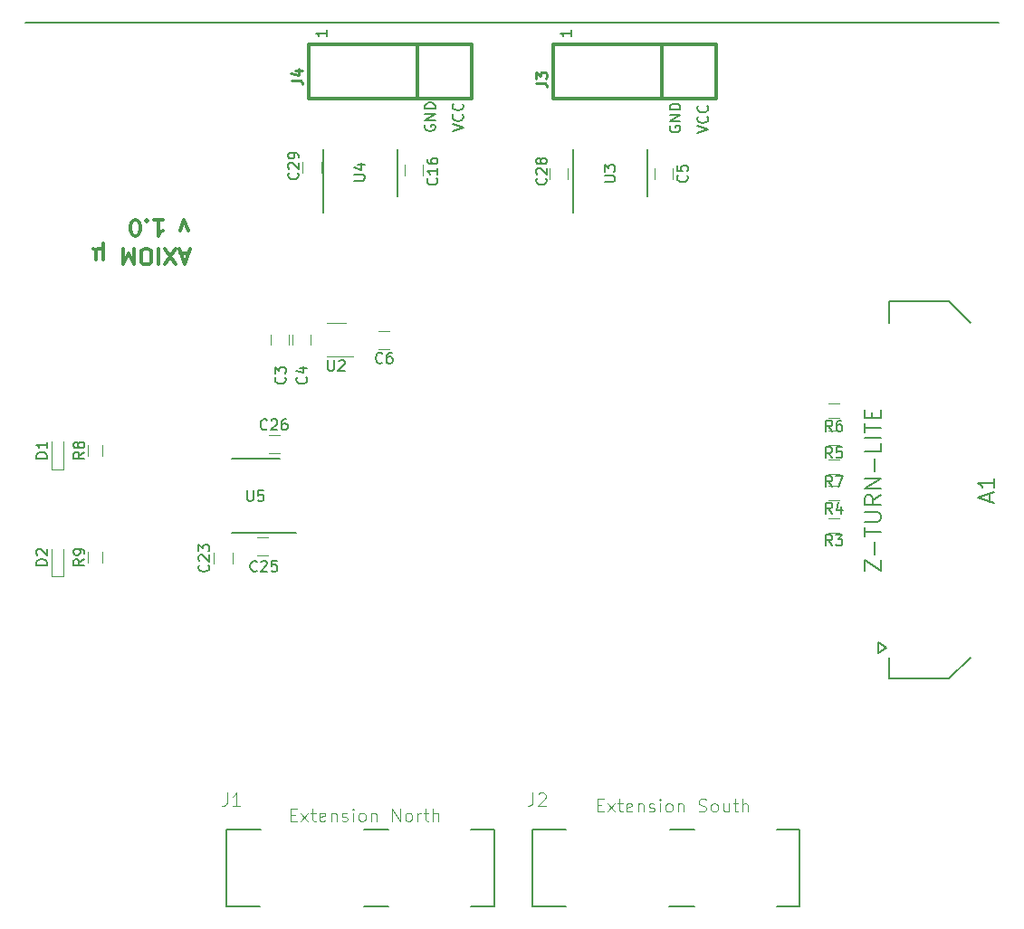
<source format=gbr>
G04 #@! TF.FileFunction,Legend,Top*
%FSLAX46Y46*%
G04 Gerber Fmt 4.6, Leading zero omitted, Abs format (unit mm)*
G04 Created by KiCad (PCBNEW 4.0.7) date Sat Jan 20 00:24:16 2018*
%MOMM*%
%LPD*%
G01*
G04 APERTURE LIST*
%ADD10C,0.100000*%
%ADD11C,0.300000*%
%ADD12C,0.200000*%
%ADD13C,0.120000*%
%ADD14C,0.304800*%
%ADD15C,0.150000*%
%ADD16C,0.127000*%
%ADD17C,0.254000*%
%ADD18C,0.101600*%
G04 APERTURE END LIST*
D10*
D11*
X15204285Y-19401429D02*
X14847142Y-18401429D01*
X14490000Y-19401429D01*
X11990000Y-18401429D02*
X12847143Y-18401429D01*
X12418571Y-18401429D02*
X12418571Y-19901429D01*
X12561428Y-19687143D01*
X12704286Y-19544286D01*
X12847143Y-19472857D01*
X11347143Y-18544286D02*
X11275715Y-18472857D01*
X11347143Y-18401429D01*
X11418572Y-18472857D01*
X11347143Y-18544286D01*
X11347143Y-18401429D01*
X10347143Y-19901429D02*
X10204286Y-19901429D01*
X10061429Y-19830000D01*
X9990000Y-19758571D01*
X9918571Y-19615714D01*
X9847143Y-19330000D01*
X9847143Y-18972857D01*
X9918571Y-18687143D01*
X9990000Y-18544286D01*
X10061429Y-18472857D01*
X10204286Y-18401429D01*
X10347143Y-18401429D01*
X10490000Y-18472857D01*
X10561429Y-18544286D01*
X10632857Y-18687143D01*
X10704286Y-18972857D01*
X10704286Y-19330000D01*
X10632857Y-19615714D01*
X10561429Y-19758571D01*
X10490000Y-19830000D01*
X10347143Y-19901429D01*
X15218572Y-21530000D02*
X14504286Y-21530000D01*
X15361429Y-21101429D02*
X14861429Y-22601429D01*
X14361429Y-21101429D01*
X14004286Y-22601429D02*
X13004286Y-21101429D01*
X13004286Y-22601429D02*
X14004286Y-21101429D01*
X12432858Y-21101429D02*
X12432858Y-22601429D01*
X11432858Y-22601429D02*
X11147144Y-22601429D01*
X11004286Y-22530000D01*
X10861429Y-22387143D01*
X10790001Y-22101429D01*
X10790001Y-21601429D01*
X10861429Y-21315714D01*
X11004286Y-21172857D01*
X11147144Y-21101429D01*
X11432858Y-21101429D01*
X11575715Y-21172857D01*
X11718572Y-21315714D01*
X11790001Y-21601429D01*
X11790001Y-22101429D01*
X11718572Y-22387143D01*
X11575715Y-22530000D01*
X11432858Y-22601429D01*
X10147143Y-21101429D02*
X10147143Y-22601429D01*
X9647143Y-21530000D01*
X9147143Y-22601429D01*
X9147143Y-21101429D01*
X7290000Y-22101429D02*
X7290000Y-20601429D01*
X6575714Y-21315714D02*
X6504286Y-21172857D01*
X6361429Y-21101429D01*
X7290000Y-21315714D02*
X7218572Y-21172857D01*
X7075714Y-21101429D01*
X6790000Y-21101429D01*
X6647143Y-21172857D01*
X6575714Y-21315714D01*
X6575714Y-22101429D01*
D12*
X0Y0D02*
X91000000Y0D01*
D13*
X75100000Y-43320000D02*
X76100000Y-43320000D01*
X76100000Y-44680000D02*
X75100000Y-44680000D01*
D12*
X80770000Y-28063000D02*
X80770000Y-26063000D01*
X80770000Y-26063000D02*
X86380000Y-26063000D01*
X86380000Y-26063000D02*
X88390000Y-28063000D01*
X80770000Y-59369000D02*
X80770000Y-61369000D01*
X80770000Y-61369000D02*
X86380000Y-61369000D01*
X86380000Y-61369000D02*
X88390000Y-59369000D01*
X80516000Y-58448000D02*
X79754000Y-58956000D01*
X79754000Y-58956000D02*
X79754000Y-57940000D01*
X79754000Y-57940000D02*
X80516000Y-58448000D01*
D13*
X22940000Y-29130000D02*
X22940000Y-30130000D01*
X24640000Y-30130000D02*
X24640000Y-29130000D01*
X24930000Y-29130000D02*
X24930000Y-30130000D01*
X26630000Y-30130000D02*
X26630000Y-29130000D01*
X58840000Y-13580000D02*
X58840000Y-14580000D01*
X60540000Y-14580000D02*
X60540000Y-13580000D01*
X33050000Y-30500000D02*
X34050000Y-30500000D01*
X34050000Y-28800000D02*
X33050000Y-28800000D01*
X35440000Y-13280000D02*
X35440000Y-14280000D01*
X37140000Y-14280000D02*
X37140000Y-13280000D01*
X2450000Y-41800000D02*
X3550000Y-41800000D01*
X3550000Y-41800000D02*
X3550000Y-39200000D01*
X2450000Y-41800000D02*
X2450000Y-39200000D01*
X2450000Y-51800000D02*
X3550000Y-51800000D01*
X3550000Y-51800000D02*
X3550000Y-49200000D01*
X2450000Y-51800000D02*
X2450000Y-49200000D01*
D14*
X59470000Y-1960000D02*
X59470000Y-7040000D01*
X49310000Y-7040000D02*
X64550000Y-7040000D01*
X64550000Y-7040000D02*
X64550000Y-1960000D01*
X64550000Y-1960000D02*
X49310000Y-1960000D01*
X49310000Y-1960000D02*
X49310000Y-7040000D01*
X36610000Y-1960000D02*
X36610000Y-7040000D01*
X26450000Y-7040000D02*
X41690000Y-7040000D01*
X41690000Y-7040000D02*
X41690000Y-1960000D01*
X41690000Y-1960000D02*
X26450000Y-1960000D01*
X26450000Y-1960000D02*
X26450000Y-7040000D01*
D13*
X29930000Y-28090000D02*
X28170000Y-28090000D01*
X28170000Y-31160000D02*
X30600000Y-31160000D01*
D15*
X58115000Y-16255000D02*
X58115000Y-11805000D01*
X51215000Y-17780000D02*
X51215000Y-11805000D01*
X34765000Y-16255000D02*
X34765000Y-11805000D01*
X27865000Y-17780000D02*
X27865000Y-11805000D01*
X23775000Y-40775000D02*
X19325000Y-40775000D01*
X25300000Y-47675000D02*
X19325000Y-47675000D01*
D13*
X17640000Y-49580000D02*
X17640000Y-50580000D01*
X19340000Y-50580000D02*
X19340000Y-49580000D01*
X22690000Y-48130000D02*
X21690000Y-48130000D01*
X21690000Y-49830000D02*
X22690000Y-49830000D01*
X23740000Y-38530000D02*
X22740000Y-38530000D01*
X22740000Y-40230000D02*
X23740000Y-40230000D01*
X50740000Y-14580000D02*
X50740000Y-13580000D01*
X49040000Y-13580000D02*
X49040000Y-14580000D01*
X27640000Y-13980000D02*
X27640000Y-12980000D01*
X25940000Y-12980000D02*
X25940000Y-13980000D01*
X75100000Y-46320000D02*
X76100000Y-46320000D01*
X76100000Y-47680000D02*
X75100000Y-47680000D01*
X75100000Y-38120000D02*
X76100000Y-38120000D01*
X76100000Y-39480000D02*
X75100000Y-39480000D01*
X75100000Y-35620000D02*
X76100000Y-35620000D01*
X76100000Y-36980000D02*
X75100000Y-36980000D01*
X75100000Y-40820000D02*
X76100000Y-40820000D01*
X76100000Y-42180000D02*
X75100000Y-42180000D01*
X7180000Y-39500000D02*
X7180000Y-40500000D01*
X5820000Y-40500000D02*
X5820000Y-39500000D01*
X7180000Y-49500000D02*
X7180000Y-50500000D01*
X5820000Y-50500000D02*
X5820000Y-49500000D01*
D16*
X47400000Y-75460000D02*
X50550000Y-75460000D01*
X60250000Y-75460000D02*
X62550000Y-75460000D01*
X70250000Y-75460000D02*
X72400000Y-75460000D01*
X72400000Y-75460000D02*
X72400000Y-82660000D01*
X72400000Y-82660000D02*
X70250000Y-82660000D01*
X62550000Y-82660000D02*
X60200000Y-82660000D01*
X50500000Y-82660000D02*
X47400000Y-82660000D01*
X47400000Y-82660000D02*
X47400000Y-75460000D01*
X18820000Y-75460000D02*
X21970000Y-75460000D01*
X31670000Y-75460000D02*
X33970000Y-75460000D01*
X41670000Y-75460000D02*
X43820000Y-75460000D01*
X43820000Y-75460000D02*
X43820000Y-82660000D01*
X43820000Y-82660000D02*
X41670000Y-82660000D01*
X33970000Y-82660000D02*
X31620000Y-82660000D01*
X21920000Y-82660000D02*
X18820000Y-82660000D01*
X18820000Y-82660000D02*
X18820000Y-75460000D01*
D15*
X75433334Y-45902381D02*
X75100000Y-45426190D01*
X74861905Y-45902381D02*
X74861905Y-44902381D01*
X75242858Y-44902381D01*
X75338096Y-44950000D01*
X75385715Y-44997619D01*
X75433334Y-45092857D01*
X75433334Y-45235714D01*
X75385715Y-45330952D01*
X75338096Y-45378571D01*
X75242858Y-45426190D01*
X74861905Y-45426190D01*
X76290477Y-45235714D02*
X76290477Y-45902381D01*
X76052381Y-44854762D02*
X75814286Y-45569048D01*
X76433334Y-45569048D01*
D12*
X90168000Y-44804571D02*
X90168000Y-44078857D01*
X90603429Y-44949714D02*
X89079429Y-44441714D01*
X90603429Y-43933714D01*
X90603429Y-42627428D02*
X90603429Y-43498285D01*
X90603429Y-43062857D02*
X89079429Y-43062857D01*
X89297143Y-43208000D01*
X89442286Y-43353142D01*
X89514857Y-43498285D01*
D15*
X78455429Y-51299714D02*
X78455429Y-50283714D01*
X79979429Y-51299714D01*
X79979429Y-50283714D01*
X79398857Y-49703142D02*
X79398857Y-48541999D01*
X78455429Y-48033999D02*
X78455429Y-47163142D01*
X79979429Y-47598571D02*
X78455429Y-47598571D01*
X78455429Y-46655142D02*
X79689143Y-46655142D01*
X79834286Y-46582570D01*
X79906857Y-46509999D01*
X79979429Y-46364856D01*
X79979429Y-46074570D01*
X79906857Y-45929428D01*
X79834286Y-45856856D01*
X79689143Y-45784285D01*
X78455429Y-45784285D01*
X79979429Y-44187714D02*
X79253714Y-44695714D01*
X79979429Y-45058571D02*
X78455429Y-45058571D01*
X78455429Y-44477999D01*
X78528000Y-44332857D01*
X78600571Y-44260285D01*
X78745714Y-44187714D01*
X78963429Y-44187714D01*
X79108571Y-44260285D01*
X79181143Y-44332857D01*
X79253714Y-44477999D01*
X79253714Y-45058571D01*
X79979429Y-43534571D02*
X78455429Y-43534571D01*
X79979429Y-42663714D01*
X78455429Y-42663714D01*
X79398857Y-41938000D02*
X79398857Y-40776857D01*
X79979429Y-39325429D02*
X79979429Y-40051143D01*
X78455429Y-40051143D01*
X79979429Y-38817429D02*
X78455429Y-38817429D01*
X78455429Y-38309429D02*
X78455429Y-37438572D01*
X79979429Y-37874001D02*
X78455429Y-37874001D01*
X79181143Y-36930572D02*
X79181143Y-36422572D01*
X79979429Y-36204858D02*
X79979429Y-36930572D01*
X78455429Y-36930572D01*
X78455429Y-36204858D01*
X24247143Y-33146666D02*
X24294762Y-33194285D01*
X24342381Y-33337142D01*
X24342381Y-33432380D01*
X24294762Y-33575238D01*
X24199524Y-33670476D01*
X24104286Y-33718095D01*
X23913810Y-33765714D01*
X23770952Y-33765714D01*
X23580476Y-33718095D01*
X23485238Y-33670476D01*
X23390000Y-33575238D01*
X23342381Y-33432380D01*
X23342381Y-33337142D01*
X23390000Y-33194285D01*
X23437619Y-33146666D01*
X23342381Y-32813333D02*
X23342381Y-32194285D01*
X23723333Y-32527619D01*
X23723333Y-32384761D01*
X23770952Y-32289523D01*
X23818571Y-32241904D01*
X23913810Y-32194285D01*
X24151905Y-32194285D01*
X24247143Y-32241904D01*
X24294762Y-32289523D01*
X24342381Y-32384761D01*
X24342381Y-32670476D01*
X24294762Y-32765714D01*
X24247143Y-32813333D01*
X26247143Y-33146666D02*
X26294762Y-33194285D01*
X26342381Y-33337142D01*
X26342381Y-33432380D01*
X26294762Y-33575238D01*
X26199524Y-33670476D01*
X26104286Y-33718095D01*
X25913810Y-33765714D01*
X25770952Y-33765714D01*
X25580476Y-33718095D01*
X25485238Y-33670476D01*
X25390000Y-33575238D01*
X25342381Y-33432380D01*
X25342381Y-33337142D01*
X25390000Y-33194285D01*
X25437619Y-33146666D01*
X25675714Y-32289523D02*
X26342381Y-32289523D01*
X25294762Y-32527619D02*
X26009048Y-32765714D01*
X26009048Y-32146666D01*
X61847143Y-14246666D02*
X61894762Y-14294285D01*
X61942381Y-14437142D01*
X61942381Y-14532380D01*
X61894762Y-14675238D01*
X61799524Y-14770476D01*
X61704286Y-14818095D01*
X61513810Y-14865714D01*
X61370952Y-14865714D01*
X61180476Y-14818095D01*
X61085238Y-14770476D01*
X60990000Y-14675238D01*
X60942381Y-14532380D01*
X60942381Y-14437142D01*
X60990000Y-14294285D01*
X61037619Y-14246666D01*
X60942381Y-13341904D02*
X60942381Y-13818095D01*
X61418571Y-13865714D01*
X61370952Y-13818095D01*
X61323333Y-13722857D01*
X61323333Y-13484761D01*
X61370952Y-13389523D01*
X61418571Y-13341904D01*
X61513810Y-13294285D01*
X61751905Y-13294285D01*
X61847143Y-13341904D01*
X61894762Y-13389523D01*
X61942381Y-13484761D01*
X61942381Y-13722857D01*
X61894762Y-13818095D01*
X61847143Y-13865714D01*
X33383334Y-31757143D02*
X33335715Y-31804762D01*
X33192858Y-31852381D01*
X33097620Y-31852381D01*
X32954762Y-31804762D01*
X32859524Y-31709524D01*
X32811905Y-31614286D01*
X32764286Y-31423810D01*
X32764286Y-31280952D01*
X32811905Y-31090476D01*
X32859524Y-30995238D01*
X32954762Y-30900000D01*
X33097620Y-30852381D01*
X33192858Y-30852381D01*
X33335715Y-30900000D01*
X33383334Y-30947619D01*
X34240477Y-30852381D02*
X34050000Y-30852381D01*
X33954762Y-30900000D01*
X33907143Y-30947619D01*
X33811905Y-31090476D01*
X33764286Y-31280952D01*
X33764286Y-31661905D01*
X33811905Y-31757143D01*
X33859524Y-31804762D01*
X33954762Y-31852381D01*
X34145239Y-31852381D01*
X34240477Y-31804762D01*
X34288096Y-31757143D01*
X34335715Y-31661905D01*
X34335715Y-31423810D01*
X34288096Y-31328571D01*
X34240477Y-31280952D01*
X34145239Y-31233333D01*
X33954762Y-31233333D01*
X33859524Y-31280952D01*
X33811905Y-31328571D01*
X33764286Y-31423810D01*
X38447143Y-14522857D02*
X38494762Y-14570476D01*
X38542381Y-14713333D01*
X38542381Y-14808571D01*
X38494762Y-14951429D01*
X38399524Y-15046667D01*
X38304286Y-15094286D01*
X38113810Y-15141905D01*
X37970952Y-15141905D01*
X37780476Y-15094286D01*
X37685238Y-15046667D01*
X37590000Y-14951429D01*
X37542381Y-14808571D01*
X37542381Y-14713333D01*
X37590000Y-14570476D01*
X37637619Y-14522857D01*
X38542381Y-13570476D02*
X38542381Y-14141905D01*
X38542381Y-13856191D02*
X37542381Y-13856191D01*
X37685238Y-13951429D01*
X37780476Y-14046667D01*
X37828095Y-14141905D01*
X37542381Y-12713333D02*
X37542381Y-12903810D01*
X37590000Y-12999048D01*
X37637619Y-13046667D01*
X37780476Y-13141905D01*
X37970952Y-13189524D01*
X38351905Y-13189524D01*
X38447143Y-13141905D01*
X38494762Y-13094286D01*
X38542381Y-12999048D01*
X38542381Y-12808571D01*
X38494762Y-12713333D01*
X38447143Y-12665714D01*
X38351905Y-12618095D01*
X38113810Y-12618095D01*
X38018571Y-12665714D01*
X37970952Y-12713333D01*
X37923333Y-12808571D01*
X37923333Y-12999048D01*
X37970952Y-13094286D01*
X38018571Y-13141905D01*
X38113810Y-13189524D01*
X2002381Y-40738095D02*
X1002381Y-40738095D01*
X1002381Y-40500000D01*
X1050000Y-40357142D01*
X1145238Y-40261904D01*
X1240476Y-40214285D01*
X1430952Y-40166666D01*
X1573810Y-40166666D01*
X1764286Y-40214285D01*
X1859524Y-40261904D01*
X1954762Y-40357142D01*
X2002381Y-40500000D01*
X2002381Y-40738095D01*
X2002381Y-39214285D02*
X2002381Y-39785714D01*
X2002381Y-39500000D02*
X1002381Y-39500000D01*
X1145238Y-39595238D01*
X1240476Y-39690476D01*
X1288095Y-39785714D01*
X2002381Y-50738095D02*
X1002381Y-50738095D01*
X1002381Y-50500000D01*
X1050000Y-50357142D01*
X1145238Y-50261904D01*
X1240476Y-50214285D01*
X1430952Y-50166666D01*
X1573810Y-50166666D01*
X1764286Y-50214285D01*
X1859524Y-50261904D01*
X1954762Y-50357142D01*
X2002381Y-50500000D01*
X2002381Y-50738095D01*
X1097619Y-49785714D02*
X1050000Y-49738095D01*
X1002381Y-49642857D01*
X1002381Y-49404761D01*
X1050000Y-49309523D01*
X1097619Y-49261904D01*
X1192857Y-49214285D01*
X1288095Y-49214285D01*
X1430952Y-49261904D01*
X2002381Y-49833333D01*
X2002381Y-49214285D01*
D17*
X47737619Y-5600667D02*
X48463333Y-5600667D01*
X48608476Y-5649047D01*
X48705238Y-5745809D01*
X48753619Y-5890952D01*
X48753619Y-5987714D01*
X47737619Y-5213619D02*
X47737619Y-4584667D01*
X48124667Y-4923333D01*
X48124667Y-4778191D01*
X48173048Y-4681429D01*
X48221429Y-4633048D01*
X48318190Y-4584667D01*
X48560095Y-4584667D01*
X48656857Y-4633048D01*
X48705238Y-4681429D01*
X48753619Y-4778191D01*
X48753619Y-5068476D01*
X48705238Y-5165238D01*
X48656857Y-5213619D01*
D15*
X62842381Y-10313333D02*
X63842381Y-9980000D01*
X62842381Y-9646666D01*
X63747143Y-8741904D02*
X63794762Y-8789523D01*
X63842381Y-8932380D01*
X63842381Y-9027618D01*
X63794762Y-9170476D01*
X63699524Y-9265714D01*
X63604286Y-9313333D01*
X63413810Y-9360952D01*
X63270952Y-9360952D01*
X63080476Y-9313333D01*
X62985238Y-9265714D01*
X62890000Y-9170476D01*
X62842381Y-9027618D01*
X62842381Y-8932380D01*
X62890000Y-8789523D01*
X62937619Y-8741904D01*
X63747143Y-7741904D02*
X63794762Y-7789523D01*
X63842381Y-7932380D01*
X63842381Y-8027618D01*
X63794762Y-8170476D01*
X63699524Y-8265714D01*
X63604286Y-8313333D01*
X63413810Y-8360952D01*
X63270952Y-8360952D01*
X63080476Y-8313333D01*
X62985238Y-8265714D01*
X62890000Y-8170476D01*
X62842381Y-8027618D01*
X62842381Y-7932380D01*
X62890000Y-7789523D01*
X62937619Y-7741904D01*
X60290000Y-9641904D02*
X60242381Y-9737142D01*
X60242381Y-9879999D01*
X60290000Y-10022857D01*
X60385238Y-10118095D01*
X60480476Y-10165714D01*
X60670952Y-10213333D01*
X60813810Y-10213333D01*
X61004286Y-10165714D01*
X61099524Y-10118095D01*
X61194762Y-10022857D01*
X61242381Y-9879999D01*
X61242381Y-9784761D01*
X61194762Y-9641904D01*
X61147143Y-9594285D01*
X60813810Y-9594285D01*
X60813810Y-9784761D01*
X61242381Y-9165714D02*
X60242381Y-9165714D01*
X61242381Y-8594285D01*
X60242381Y-8594285D01*
X61242381Y-8118095D02*
X60242381Y-8118095D01*
X60242381Y-7880000D01*
X60290000Y-7737142D01*
X60385238Y-7641904D01*
X60480476Y-7594285D01*
X60670952Y-7546666D01*
X60813810Y-7546666D01*
X61004286Y-7594285D01*
X61099524Y-7641904D01*
X61194762Y-7737142D01*
X61242381Y-7880000D01*
X61242381Y-8118095D01*
X51032381Y-658285D02*
X51032381Y-1229714D01*
X51032381Y-944000D02*
X50032381Y-944000D01*
X50175238Y-1039238D01*
X50270476Y-1134476D01*
X50318095Y-1229714D01*
D17*
X24877619Y-5338667D02*
X25603333Y-5338667D01*
X25748476Y-5387047D01*
X25845238Y-5483809D01*
X25893619Y-5628952D01*
X25893619Y-5725714D01*
X25216286Y-4419429D02*
X25893619Y-4419429D01*
X24829238Y-4661333D02*
X25554952Y-4903238D01*
X25554952Y-4274286D01*
D15*
X39942381Y-10113333D02*
X40942381Y-9780000D01*
X39942381Y-9446666D01*
X40847143Y-8541904D02*
X40894762Y-8589523D01*
X40942381Y-8732380D01*
X40942381Y-8827618D01*
X40894762Y-8970476D01*
X40799524Y-9065714D01*
X40704286Y-9113333D01*
X40513810Y-9160952D01*
X40370952Y-9160952D01*
X40180476Y-9113333D01*
X40085238Y-9065714D01*
X39990000Y-8970476D01*
X39942381Y-8827618D01*
X39942381Y-8732380D01*
X39990000Y-8589523D01*
X40037619Y-8541904D01*
X40847143Y-7541904D02*
X40894762Y-7589523D01*
X40942381Y-7732380D01*
X40942381Y-7827618D01*
X40894762Y-7970476D01*
X40799524Y-8065714D01*
X40704286Y-8113333D01*
X40513810Y-8160952D01*
X40370952Y-8160952D01*
X40180476Y-8113333D01*
X40085238Y-8065714D01*
X39990000Y-7970476D01*
X39942381Y-7827618D01*
X39942381Y-7732380D01*
X39990000Y-7589523D01*
X40037619Y-7541904D01*
X37380000Y-9541904D02*
X37332381Y-9637142D01*
X37332381Y-9779999D01*
X37380000Y-9922857D01*
X37475238Y-10018095D01*
X37570476Y-10065714D01*
X37760952Y-10113333D01*
X37903810Y-10113333D01*
X38094286Y-10065714D01*
X38189524Y-10018095D01*
X38284762Y-9922857D01*
X38332381Y-9779999D01*
X38332381Y-9684761D01*
X38284762Y-9541904D01*
X38237143Y-9494285D01*
X37903810Y-9494285D01*
X37903810Y-9684761D01*
X38332381Y-9065714D02*
X37332381Y-9065714D01*
X38332381Y-8494285D01*
X37332381Y-8494285D01*
X38332381Y-8018095D02*
X37332381Y-8018095D01*
X37332381Y-7780000D01*
X37380000Y-7637142D01*
X37475238Y-7541904D01*
X37570476Y-7494285D01*
X37760952Y-7446666D01*
X37903810Y-7446666D01*
X38094286Y-7494285D01*
X38189524Y-7541904D01*
X38284762Y-7637142D01*
X38332381Y-7780000D01*
X38332381Y-8018095D01*
X28172381Y-658285D02*
X28172381Y-1229714D01*
X28172381Y-944000D02*
X27172381Y-944000D01*
X27315238Y-1039238D01*
X27410476Y-1134476D01*
X27458095Y-1229714D01*
X28288095Y-31552381D02*
X28288095Y-32361905D01*
X28335714Y-32457143D01*
X28383333Y-32504762D01*
X28478571Y-32552381D01*
X28669048Y-32552381D01*
X28764286Y-32504762D01*
X28811905Y-32457143D01*
X28859524Y-32361905D01*
X28859524Y-31552381D01*
X29288095Y-31647619D02*
X29335714Y-31600000D01*
X29430952Y-31552381D01*
X29669048Y-31552381D01*
X29764286Y-31600000D01*
X29811905Y-31647619D01*
X29859524Y-31742857D01*
X29859524Y-31838095D01*
X29811905Y-31980952D01*
X29240476Y-32552381D01*
X29859524Y-32552381D01*
X54142381Y-14841905D02*
X54951905Y-14841905D01*
X55047143Y-14794286D01*
X55094762Y-14746667D01*
X55142381Y-14651429D01*
X55142381Y-14460952D01*
X55094762Y-14365714D01*
X55047143Y-14318095D01*
X54951905Y-14270476D01*
X54142381Y-14270476D01*
X54142381Y-13889524D02*
X54142381Y-13270476D01*
X54523333Y-13603810D01*
X54523333Y-13460952D01*
X54570952Y-13365714D01*
X54618571Y-13318095D01*
X54713810Y-13270476D01*
X54951905Y-13270476D01*
X55047143Y-13318095D01*
X55094762Y-13365714D01*
X55142381Y-13460952D01*
X55142381Y-13746667D01*
X55094762Y-13841905D01*
X55047143Y-13889524D01*
X30742381Y-14741905D02*
X31551905Y-14741905D01*
X31647143Y-14694286D01*
X31694762Y-14646667D01*
X31742381Y-14551429D01*
X31742381Y-14360952D01*
X31694762Y-14265714D01*
X31647143Y-14218095D01*
X31551905Y-14170476D01*
X30742381Y-14170476D01*
X31075714Y-13265714D02*
X31742381Y-13265714D01*
X30694762Y-13503810D02*
X31409048Y-13741905D01*
X31409048Y-13122857D01*
X20728095Y-43732381D02*
X20728095Y-44541905D01*
X20775714Y-44637143D01*
X20823333Y-44684762D01*
X20918571Y-44732381D01*
X21109048Y-44732381D01*
X21204286Y-44684762D01*
X21251905Y-44637143D01*
X21299524Y-44541905D01*
X21299524Y-43732381D01*
X22251905Y-43732381D02*
X21775714Y-43732381D01*
X21728095Y-44208571D01*
X21775714Y-44160952D01*
X21870952Y-44113333D01*
X22109048Y-44113333D01*
X22204286Y-44160952D01*
X22251905Y-44208571D01*
X22299524Y-44303810D01*
X22299524Y-44541905D01*
X22251905Y-44637143D01*
X22204286Y-44684762D01*
X22109048Y-44732381D01*
X21870952Y-44732381D01*
X21775714Y-44684762D01*
X21728095Y-44637143D01*
X17097143Y-50722857D02*
X17144762Y-50770476D01*
X17192381Y-50913333D01*
X17192381Y-51008571D01*
X17144762Y-51151429D01*
X17049524Y-51246667D01*
X16954286Y-51294286D01*
X16763810Y-51341905D01*
X16620952Y-51341905D01*
X16430476Y-51294286D01*
X16335238Y-51246667D01*
X16240000Y-51151429D01*
X16192381Y-51008571D01*
X16192381Y-50913333D01*
X16240000Y-50770476D01*
X16287619Y-50722857D01*
X16287619Y-50341905D02*
X16240000Y-50294286D01*
X16192381Y-50199048D01*
X16192381Y-49960952D01*
X16240000Y-49865714D01*
X16287619Y-49818095D01*
X16382857Y-49770476D01*
X16478095Y-49770476D01*
X16620952Y-49818095D01*
X17192381Y-50389524D01*
X17192381Y-49770476D01*
X16192381Y-49437143D02*
X16192381Y-48818095D01*
X16573333Y-49151429D01*
X16573333Y-49008571D01*
X16620952Y-48913333D01*
X16668571Y-48865714D01*
X16763810Y-48818095D01*
X17001905Y-48818095D01*
X17097143Y-48865714D01*
X17144762Y-48913333D01*
X17192381Y-49008571D01*
X17192381Y-49294286D01*
X17144762Y-49389524D01*
X17097143Y-49437143D01*
X21647143Y-51237143D02*
X21599524Y-51284762D01*
X21456667Y-51332381D01*
X21361429Y-51332381D01*
X21218571Y-51284762D01*
X21123333Y-51189524D01*
X21075714Y-51094286D01*
X21028095Y-50903810D01*
X21028095Y-50760952D01*
X21075714Y-50570476D01*
X21123333Y-50475238D01*
X21218571Y-50380000D01*
X21361429Y-50332381D01*
X21456667Y-50332381D01*
X21599524Y-50380000D01*
X21647143Y-50427619D01*
X22028095Y-50427619D02*
X22075714Y-50380000D01*
X22170952Y-50332381D01*
X22409048Y-50332381D01*
X22504286Y-50380000D01*
X22551905Y-50427619D01*
X22599524Y-50522857D01*
X22599524Y-50618095D01*
X22551905Y-50760952D01*
X21980476Y-51332381D01*
X22599524Y-51332381D01*
X23504286Y-50332381D02*
X23028095Y-50332381D01*
X22980476Y-50808571D01*
X23028095Y-50760952D01*
X23123333Y-50713333D01*
X23361429Y-50713333D01*
X23456667Y-50760952D01*
X23504286Y-50808571D01*
X23551905Y-50903810D01*
X23551905Y-51141905D01*
X23504286Y-51237143D01*
X23456667Y-51284762D01*
X23361429Y-51332381D01*
X23123333Y-51332381D01*
X23028095Y-51284762D01*
X22980476Y-51237143D01*
X22597143Y-37987143D02*
X22549524Y-38034762D01*
X22406667Y-38082381D01*
X22311429Y-38082381D01*
X22168571Y-38034762D01*
X22073333Y-37939524D01*
X22025714Y-37844286D01*
X21978095Y-37653810D01*
X21978095Y-37510952D01*
X22025714Y-37320476D01*
X22073333Y-37225238D01*
X22168571Y-37130000D01*
X22311429Y-37082381D01*
X22406667Y-37082381D01*
X22549524Y-37130000D01*
X22597143Y-37177619D01*
X22978095Y-37177619D02*
X23025714Y-37130000D01*
X23120952Y-37082381D01*
X23359048Y-37082381D01*
X23454286Y-37130000D01*
X23501905Y-37177619D01*
X23549524Y-37272857D01*
X23549524Y-37368095D01*
X23501905Y-37510952D01*
X22930476Y-38082381D01*
X23549524Y-38082381D01*
X24406667Y-37082381D02*
X24216190Y-37082381D01*
X24120952Y-37130000D01*
X24073333Y-37177619D01*
X23978095Y-37320476D01*
X23930476Y-37510952D01*
X23930476Y-37891905D01*
X23978095Y-37987143D01*
X24025714Y-38034762D01*
X24120952Y-38082381D01*
X24311429Y-38082381D01*
X24406667Y-38034762D01*
X24454286Y-37987143D01*
X24501905Y-37891905D01*
X24501905Y-37653810D01*
X24454286Y-37558571D01*
X24406667Y-37510952D01*
X24311429Y-37463333D01*
X24120952Y-37463333D01*
X24025714Y-37510952D01*
X23978095Y-37558571D01*
X23930476Y-37653810D01*
X48647143Y-14522857D02*
X48694762Y-14570476D01*
X48742381Y-14713333D01*
X48742381Y-14808571D01*
X48694762Y-14951429D01*
X48599524Y-15046667D01*
X48504286Y-15094286D01*
X48313810Y-15141905D01*
X48170952Y-15141905D01*
X47980476Y-15094286D01*
X47885238Y-15046667D01*
X47790000Y-14951429D01*
X47742381Y-14808571D01*
X47742381Y-14713333D01*
X47790000Y-14570476D01*
X47837619Y-14522857D01*
X47837619Y-14141905D02*
X47790000Y-14094286D01*
X47742381Y-13999048D01*
X47742381Y-13760952D01*
X47790000Y-13665714D01*
X47837619Y-13618095D01*
X47932857Y-13570476D01*
X48028095Y-13570476D01*
X48170952Y-13618095D01*
X48742381Y-14189524D01*
X48742381Y-13570476D01*
X48170952Y-12999048D02*
X48123333Y-13094286D01*
X48075714Y-13141905D01*
X47980476Y-13189524D01*
X47932857Y-13189524D01*
X47837619Y-13141905D01*
X47790000Y-13094286D01*
X47742381Y-12999048D01*
X47742381Y-12808571D01*
X47790000Y-12713333D01*
X47837619Y-12665714D01*
X47932857Y-12618095D01*
X47980476Y-12618095D01*
X48075714Y-12665714D01*
X48123333Y-12713333D01*
X48170952Y-12808571D01*
X48170952Y-12999048D01*
X48218571Y-13094286D01*
X48266190Y-13141905D01*
X48361429Y-13189524D01*
X48551905Y-13189524D01*
X48647143Y-13141905D01*
X48694762Y-13094286D01*
X48742381Y-12999048D01*
X48742381Y-12808571D01*
X48694762Y-12713333D01*
X48647143Y-12665714D01*
X48551905Y-12618095D01*
X48361429Y-12618095D01*
X48266190Y-12665714D01*
X48218571Y-12713333D01*
X48170952Y-12808571D01*
X25447143Y-14022857D02*
X25494762Y-14070476D01*
X25542381Y-14213333D01*
X25542381Y-14308571D01*
X25494762Y-14451429D01*
X25399524Y-14546667D01*
X25304286Y-14594286D01*
X25113810Y-14641905D01*
X24970952Y-14641905D01*
X24780476Y-14594286D01*
X24685238Y-14546667D01*
X24590000Y-14451429D01*
X24542381Y-14308571D01*
X24542381Y-14213333D01*
X24590000Y-14070476D01*
X24637619Y-14022857D01*
X24637619Y-13641905D02*
X24590000Y-13594286D01*
X24542381Y-13499048D01*
X24542381Y-13260952D01*
X24590000Y-13165714D01*
X24637619Y-13118095D01*
X24732857Y-13070476D01*
X24828095Y-13070476D01*
X24970952Y-13118095D01*
X25542381Y-13689524D01*
X25542381Y-13070476D01*
X25542381Y-12594286D02*
X25542381Y-12403810D01*
X25494762Y-12308571D01*
X25447143Y-12260952D01*
X25304286Y-12165714D01*
X25113810Y-12118095D01*
X24732857Y-12118095D01*
X24637619Y-12165714D01*
X24590000Y-12213333D01*
X24542381Y-12308571D01*
X24542381Y-12499048D01*
X24590000Y-12594286D01*
X24637619Y-12641905D01*
X24732857Y-12689524D01*
X24970952Y-12689524D01*
X25066190Y-12641905D01*
X25113810Y-12594286D01*
X25161429Y-12499048D01*
X25161429Y-12308571D01*
X25113810Y-12213333D01*
X25066190Y-12165714D01*
X24970952Y-12118095D01*
X75433334Y-48902381D02*
X75100000Y-48426190D01*
X74861905Y-48902381D02*
X74861905Y-47902381D01*
X75242858Y-47902381D01*
X75338096Y-47950000D01*
X75385715Y-47997619D01*
X75433334Y-48092857D01*
X75433334Y-48235714D01*
X75385715Y-48330952D01*
X75338096Y-48378571D01*
X75242858Y-48426190D01*
X74861905Y-48426190D01*
X75766667Y-47902381D02*
X76385715Y-47902381D01*
X76052381Y-48283333D01*
X76195239Y-48283333D01*
X76290477Y-48330952D01*
X76338096Y-48378571D01*
X76385715Y-48473810D01*
X76385715Y-48711905D01*
X76338096Y-48807143D01*
X76290477Y-48854762D01*
X76195239Y-48902381D01*
X75909524Y-48902381D01*
X75814286Y-48854762D01*
X75766667Y-48807143D01*
X75433334Y-40702381D02*
X75100000Y-40226190D01*
X74861905Y-40702381D02*
X74861905Y-39702381D01*
X75242858Y-39702381D01*
X75338096Y-39750000D01*
X75385715Y-39797619D01*
X75433334Y-39892857D01*
X75433334Y-40035714D01*
X75385715Y-40130952D01*
X75338096Y-40178571D01*
X75242858Y-40226190D01*
X74861905Y-40226190D01*
X76338096Y-39702381D02*
X75861905Y-39702381D01*
X75814286Y-40178571D01*
X75861905Y-40130952D01*
X75957143Y-40083333D01*
X76195239Y-40083333D01*
X76290477Y-40130952D01*
X76338096Y-40178571D01*
X76385715Y-40273810D01*
X76385715Y-40511905D01*
X76338096Y-40607143D01*
X76290477Y-40654762D01*
X76195239Y-40702381D01*
X75957143Y-40702381D01*
X75861905Y-40654762D01*
X75814286Y-40607143D01*
X75433334Y-38202381D02*
X75100000Y-37726190D01*
X74861905Y-38202381D02*
X74861905Y-37202381D01*
X75242858Y-37202381D01*
X75338096Y-37250000D01*
X75385715Y-37297619D01*
X75433334Y-37392857D01*
X75433334Y-37535714D01*
X75385715Y-37630952D01*
X75338096Y-37678571D01*
X75242858Y-37726190D01*
X74861905Y-37726190D01*
X76290477Y-37202381D02*
X76100000Y-37202381D01*
X76004762Y-37250000D01*
X75957143Y-37297619D01*
X75861905Y-37440476D01*
X75814286Y-37630952D01*
X75814286Y-38011905D01*
X75861905Y-38107143D01*
X75909524Y-38154762D01*
X76004762Y-38202381D01*
X76195239Y-38202381D01*
X76290477Y-38154762D01*
X76338096Y-38107143D01*
X76385715Y-38011905D01*
X76385715Y-37773810D01*
X76338096Y-37678571D01*
X76290477Y-37630952D01*
X76195239Y-37583333D01*
X76004762Y-37583333D01*
X75909524Y-37630952D01*
X75861905Y-37678571D01*
X75814286Y-37773810D01*
X75433334Y-43402381D02*
X75100000Y-42926190D01*
X74861905Y-43402381D02*
X74861905Y-42402381D01*
X75242858Y-42402381D01*
X75338096Y-42450000D01*
X75385715Y-42497619D01*
X75433334Y-42592857D01*
X75433334Y-42735714D01*
X75385715Y-42830952D01*
X75338096Y-42878571D01*
X75242858Y-42926190D01*
X74861905Y-42926190D01*
X75766667Y-42402381D02*
X76433334Y-42402381D01*
X76004762Y-43402381D01*
X5502381Y-40166666D02*
X5026190Y-40500000D01*
X5502381Y-40738095D02*
X4502381Y-40738095D01*
X4502381Y-40357142D01*
X4550000Y-40261904D01*
X4597619Y-40214285D01*
X4692857Y-40166666D01*
X4835714Y-40166666D01*
X4930952Y-40214285D01*
X4978571Y-40261904D01*
X5026190Y-40357142D01*
X5026190Y-40738095D01*
X4930952Y-39595238D02*
X4883333Y-39690476D01*
X4835714Y-39738095D01*
X4740476Y-39785714D01*
X4692857Y-39785714D01*
X4597619Y-39738095D01*
X4550000Y-39690476D01*
X4502381Y-39595238D01*
X4502381Y-39404761D01*
X4550000Y-39309523D01*
X4597619Y-39261904D01*
X4692857Y-39214285D01*
X4740476Y-39214285D01*
X4835714Y-39261904D01*
X4883333Y-39309523D01*
X4930952Y-39404761D01*
X4930952Y-39595238D01*
X4978571Y-39690476D01*
X5026190Y-39738095D01*
X5121429Y-39785714D01*
X5311905Y-39785714D01*
X5407143Y-39738095D01*
X5454762Y-39690476D01*
X5502381Y-39595238D01*
X5502381Y-39404761D01*
X5454762Y-39309523D01*
X5407143Y-39261904D01*
X5311905Y-39214285D01*
X5121429Y-39214285D01*
X5026190Y-39261904D01*
X4978571Y-39309523D01*
X4930952Y-39404761D01*
X5502381Y-50166666D02*
X5026190Y-50500000D01*
X5502381Y-50738095D02*
X4502381Y-50738095D01*
X4502381Y-50357142D01*
X4550000Y-50261904D01*
X4597619Y-50214285D01*
X4692857Y-50166666D01*
X4835714Y-50166666D01*
X4930952Y-50214285D01*
X4978571Y-50261904D01*
X5026190Y-50357142D01*
X5026190Y-50738095D01*
X5502381Y-49690476D02*
X5502381Y-49500000D01*
X5454762Y-49404761D01*
X5407143Y-49357142D01*
X5264286Y-49261904D01*
X5073810Y-49214285D01*
X4692857Y-49214285D01*
X4597619Y-49261904D01*
X4550000Y-49309523D01*
X4502381Y-49404761D01*
X4502381Y-49595238D01*
X4550000Y-49690476D01*
X4597619Y-49738095D01*
X4692857Y-49785714D01*
X4930952Y-49785714D01*
X5026190Y-49738095D01*
X5073810Y-49690476D01*
X5121429Y-49595238D01*
X5121429Y-49404761D01*
X5073810Y-49309523D01*
X5026190Y-49261904D01*
X4930952Y-49214285D01*
D18*
X47441976Y-72049298D02*
X47441976Y-72911083D01*
X47384524Y-73083440D01*
X47269619Y-73198345D01*
X47097262Y-73255798D01*
X46982357Y-73255798D01*
X47959048Y-72164202D02*
X48016500Y-72106750D01*
X48131405Y-72049298D01*
X48418667Y-72049298D01*
X48533571Y-72106750D01*
X48591024Y-72164202D01*
X48648476Y-72279107D01*
X48648476Y-72394012D01*
X48591024Y-72566369D01*
X47901595Y-73255798D01*
X48648476Y-73255798D01*
X53477262Y-73193821D02*
X53879429Y-73193821D01*
X54051786Y-73825798D02*
X53477262Y-73825798D01*
X53477262Y-72619298D01*
X54051786Y-72619298D01*
X54453952Y-73825798D02*
X55085928Y-73021464D01*
X54453952Y-73021464D02*
X55085928Y-73825798D01*
X55373190Y-73021464D02*
X55832809Y-73021464D01*
X55545547Y-72619298D02*
X55545547Y-73653440D01*
X55602999Y-73768345D01*
X55717904Y-73825798D01*
X55832809Y-73825798D01*
X56694595Y-73768345D02*
X56579690Y-73825798D01*
X56349881Y-73825798D01*
X56234976Y-73768345D01*
X56177524Y-73653440D01*
X56177524Y-73193821D01*
X56234976Y-73078917D01*
X56349881Y-73021464D01*
X56579690Y-73021464D01*
X56694595Y-73078917D01*
X56752047Y-73193821D01*
X56752047Y-73308726D01*
X56177524Y-73423631D01*
X57269119Y-73021464D02*
X57269119Y-73825798D01*
X57269119Y-73136369D02*
X57326571Y-73078917D01*
X57441476Y-73021464D01*
X57613833Y-73021464D01*
X57728738Y-73078917D01*
X57786190Y-73193821D01*
X57786190Y-73825798D01*
X58303262Y-73768345D02*
X58418166Y-73825798D01*
X58647976Y-73825798D01*
X58762881Y-73768345D01*
X58820333Y-73653440D01*
X58820333Y-73595988D01*
X58762881Y-73481083D01*
X58647976Y-73423631D01*
X58475619Y-73423631D01*
X58360714Y-73366179D01*
X58303262Y-73251274D01*
X58303262Y-73193821D01*
X58360714Y-73078917D01*
X58475619Y-73021464D01*
X58647976Y-73021464D01*
X58762881Y-73078917D01*
X59337404Y-73825798D02*
X59337404Y-73021464D01*
X59337404Y-72619298D02*
X59279952Y-72676750D01*
X59337404Y-72734202D01*
X59394856Y-72676750D01*
X59337404Y-72619298D01*
X59337404Y-72734202D01*
X60084285Y-73825798D02*
X59969380Y-73768345D01*
X59911928Y-73710893D01*
X59854476Y-73595988D01*
X59854476Y-73251274D01*
X59911928Y-73136369D01*
X59969380Y-73078917D01*
X60084285Y-73021464D01*
X60256642Y-73021464D01*
X60371547Y-73078917D01*
X60428999Y-73136369D01*
X60486452Y-73251274D01*
X60486452Y-73595988D01*
X60428999Y-73710893D01*
X60371547Y-73768345D01*
X60256642Y-73825798D01*
X60084285Y-73825798D01*
X61003523Y-73021464D02*
X61003523Y-73825798D01*
X61003523Y-73136369D02*
X61060975Y-73078917D01*
X61175880Y-73021464D01*
X61348237Y-73021464D01*
X61463142Y-73078917D01*
X61520594Y-73193821D01*
X61520594Y-73825798D01*
X62956904Y-73768345D02*
X63129261Y-73825798D01*
X63416523Y-73825798D01*
X63531427Y-73768345D01*
X63588880Y-73710893D01*
X63646332Y-73595988D01*
X63646332Y-73481083D01*
X63588880Y-73366179D01*
X63531427Y-73308726D01*
X63416523Y-73251274D01*
X63186713Y-73193821D01*
X63071808Y-73136369D01*
X63014356Y-73078917D01*
X62956904Y-72964012D01*
X62956904Y-72849107D01*
X63014356Y-72734202D01*
X63071808Y-72676750D01*
X63186713Y-72619298D01*
X63473975Y-72619298D01*
X63646332Y-72676750D01*
X64335761Y-73825798D02*
X64220856Y-73768345D01*
X64163404Y-73710893D01*
X64105952Y-73595988D01*
X64105952Y-73251274D01*
X64163404Y-73136369D01*
X64220856Y-73078917D01*
X64335761Y-73021464D01*
X64508118Y-73021464D01*
X64623023Y-73078917D01*
X64680475Y-73136369D01*
X64737928Y-73251274D01*
X64737928Y-73595988D01*
X64680475Y-73710893D01*
X64623023Y-73768345D01*
X64508118Y-73825798D01*
X64335761Y-73825798D01*
X65772070Y-73021464D02*
X65772070Y-73825798D01*
X65254999Y-73021464D02*
X65254999Y-73653440D01*
X65312451Y-73768345D01*
X65427356Y-73825798D01*
X65599713Y-73825798D01*
X65714618Y-73768345D01*
X65772070Y-73710893D01*
X66174237Y-73021464D02*
X66633856Y-73021464D01*
X66346594Y-72619298D02*
X66346594Y-73653440D01*
X66404046Y-73768345D01*
X66518951Y-73825798D01*
X66633856Y-73825798D01*
X67036023Y-73825798D02*
X67036023Y-72619298D01*
X67553094Y-73825798D02*
X67553094Y-73193821D01*
X67495642Y-73078917D01*
X67380737Y-73021464D01*
X67208380Y-73021464D01*
X67093475Y-73078917D01*
X67036023Y-73136369D01*
X18861976Y-72049298D02*
X18861976Y-72911083D01*
X18804524Y-73083440D01*
X18689619Y-73198345D01*
X18517262Y-73255798D01*
X18402357Y-73255798D01*
X20068476Y-73255798D02*
X19379048Y-73255798D01*
X19723762Y-73255798D02*
X19723762Y-72049298D01*
X19608857Y-72221655D01*
X19493952Y-72336560D01*
X19379048Y-72394012D01*
X24777262Y-74093821D02*
X25179429Y-74093821D01*
X25351786Y-74725798D02*
X24777262Y-74725798D01*
X24777262Y-73519298D01*
X25351786Y-73519298D01*
X25753952Y-74725798D02*
X26385928Y-73921464D01*
X25753952Y-73921464D02*
X26385928Y-74725798D01*
X26673190Y-73921464D02*
X27132809Y-73921464D01*
X26845547Y-73519298D02*
X26845547Y-74553440D01*
X26902999Y-74668345D01*
X27017904Y-74725798D01*
X27132809Y-74725798D01*
X27994595Y-74668345D02*
X27879690Y-74725798D01*
X27649881Y-74725798D01*
X27534976Y-74668345D01*
X27477524Y-74553440D01*
X27477524Y-74093821D01*
X27534976Y-73978917D01*
X27649881Y-73921464D01*
X27879690Y-73921464D01*
X27994595Y-73978917D01*
X28052047Y-74093821D01*
X28052047Y-74208726D01*
X27477524Y-74323631D01*
X28569119Y-73921464D02*
X28569119Y-74725798D01*
X28569119Y-74036369D02*
X28626571Y-73978917D01*
X28741476Y-73921464D01*
X28913833Y-73921464D01*
X29028738Y-73978917D01*
X29086190Y-74093821D01*
X29086190Y-74725798D01*
X29603262Y-74668345D02*
X29718166Y-74725798D01*
X29947976Y-74725798D01*
X30062881Y-74668345D01*
X30120333Y-74553440D01*
X30120333Y-74495988D01*
X30062881Y-74381083D01*
X29947976Y-74323631D01*
X29775619Y-74323631D01*
X29660714Y-74266179D01*
X29603262Y-74151274D01*
X29603262Y-74093821D01*
X29660714Y-73978917D01*
X29775619Y-73921464D01*
X29947976Y-73921464D01*
X30062881Y-73978917D01*
X30637404Y-74725798D02*
X30637404Y-73921464D01*
X30637404Y-73519298D02*
X30579952Y-73576750D01*
X30637404Y-73634202D01*
X30694856Y-73576750D01*
X30637404Y-73519298D01*
X30637404Y-73634202D01*
X31384285Y-74725798D02*
X31269380Y-74668345D01*
X31211928Y-74610893D01*
X31154476Y-74495988D01*
X31154476Y-74151274D01*
X31211928Y-74036369D01*
X31269380Y-73978917D01*
X31384285Y-73921464D01*
X31556642Y-73921464D01*
X31671547Y-73978917D01*
X31728999Y-74036369D01*
X31786452Y-74151274D01*
X31786452Y-74495988D01*
X31728999Y-74610893D01*
X31671547Y-74668345D01*
X31556642Y-74725798D01*
X31384285Y-74725798D01*
X32303523Y-73921464D02*
X32303523Y-74725798D01*
X32303523Y-74036369D02*
X32360975Y-73978917D01*
X32475880Y-73921464D01*
X32648237Y-73921464D01*
X32763142Y-73978917D01*
X32820594Y-74093821D01*
X32820594Y-74725798D01*
X34314356Y-74725798D02*
X34314356Y-73519298D01*
X35003784Y-74725798D01*
X35003784Y-73519298D01*
X35750665Y-74725798D02*
X35635760Y-74668345D01*
X35578308Y-74610893D01*
X35520856Y-74495988D01*
X35520856Y-74151274D01*
X35578308Y-74036369D01*
X35635760Y-73978917D01*
X35750665Y-73921464D01*
X35923022Y-73921464D01*
X36037927Y-73978917D01*
X36095379Y-74036369D01*
X36152832Y-74151274D01*
X36152832Y-74495988D01*
X36095379Y-74610893D01*
X36037927Y-74668345D01*
X35923022Y-74725798D01*
X35750665Y-74725798D01*
X36669903Y-74725798D02*
X36669903Y-73921464D01*
X36669903Y-74151274D02*
X36727355Y-74036369D01*
X36784808Y-73978917D01*
X36899712Y-73921464D01*
X37014617Y-73921464D01*
X37244427Y-73921464D02*
X37704046Y-73921464D01*
X37416784Y-73519298D02*
X37416784Y-74553440D01*
X37474236Y-74668345D01*
X37589141Y-74725798D01*
X37704046Y-74725798D01*
X38106213Y-74725798D02*
X38106213Y-73519298D01*
X38623284Y-74725798D02*
X38623284Y-74093821D01*
X38565832Y-73978917D01*
X38450927Y-73921464D01*
X38278570Y-73921464D01*
X38163665Y-73978917D01*
X38106213Y-74036369D01*
D15*
M02*

</source>
